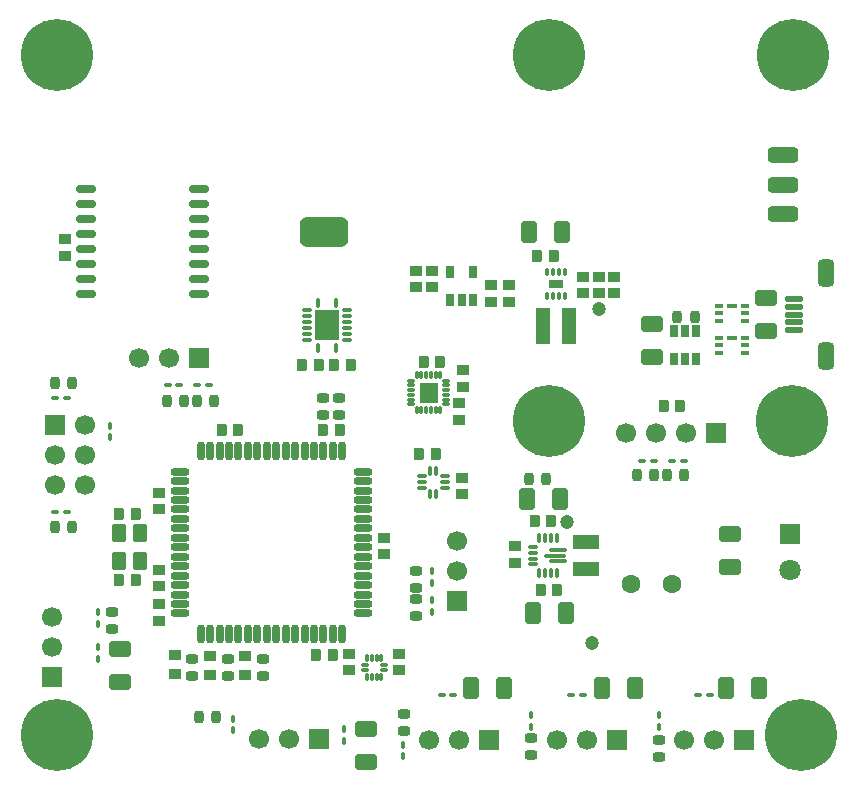
<source format=gts>
G04*
G04 #@! TF.GenerationSoftware,Altium Limited,Altium Designer,18.1.7 (191)*
G04*
G04 Layer_Color=8388736*
%FSAX44Y44*%
%MOMM*%
G71*
G01*
G75*
G04:AMPARAMS|DCode=54|XSize=4.1mm|YSize=2.6mm|CornerRadius=0.675mm|HoleSize=0mm|Usage=FLASHONLY|Rotation=0.000|XOffset=0mm|YOffset=0mm|HoleType=Round|Shape=RoundedRectangle|*
%AMROUNDEDRECTD54*
21,1,4.1000,1.2500,0,0,0.0*
21,1,2.7500,2.6000,0,0,0.0*
1,1,1.3500,1.3750,-0.6250*
1,1,1.3500,-1.3750,-0.6250*
1,1,1.3500,-1.3750,0.6250*
1,1,1.3500,1.3750,0.6250*
%
%ADD54ROUNDEDRECTD54*%
G04:AMPARAMS|DCode=55|XSize=0.4mm|YSize=0.6mm|CornerRadius=0.125mm|HoleSize=0mm|Usage=FLASHONLY|Rotation=0.000|XOffset=0mm|YOffset=0mm|HoleType=Round|Shape=RoundedRectangle|*
%AMROUNDEDRECTD55*
21,1,0.4000,0.3500,0,0,0.0*
21,1,0.1500,0.6000,0,0,0.0*
1,1,0.2500,0.0750,-0.1750*
1,1,0.2500,-0.0750,-0.1750*
1,1,0.2500,-0.0750,0.1750*
1,1,0.2500,0.0750,0.1750*
%
%ADD55ROUNDEDRECTD55*%
G04:AMPARAMS|DCode=56|XSize=1.05mm|YSize=0.8mm|CornerRadius=0.225mm|HoleSize=0mm|Usage=FLASHONLY|Rotation=270.000|XOffset=0mm|YOffset=0mm|HoleType=Round|Shape=RoundedRectangle|*
%AMROUNDEDRECTD56*
21,1,1.0500,0.3500,0,0,270.0*
21,1,0.6000,0.8000,0,0,270.0*
1,1,0.4500,-0.1750,-0.3000*
1,1,0.4500,-0.1750,0.3000*
1,1,0.4500,0.1750,0.3000*
1,1,0.4500,0.1750,-0.3000*
%
%ADD56ROUNDEDRECTD56*%
%ADD57O,0.9000X0.3500*%
%ADD58O,0.3500X0.9000*%
%ADD59O,1.6000X0.3500*%
%ADD60O,2.0000X0.3500*%
G04:AMPARAMS|DCode=61|XSize=1.1mm|YSize=0.9mm|CornerRadius=0.25mm|HoleSize=0mm|Usage=FLASHONLY|Rotation=180.000|XOffset=0mm|YOffset=0mm|HoleType=Round|Shape=RoundedRectangle|*
%AMROUNDEDRECTD61*
21,1,1.1000,0.4000,0,0,180.0*
21,1,0.6000,0.9000,0,0,180.0*
1,1,0.5000,-0.3000,0.2000*
1,1,0.5000,0.3000,0.2000*
1,1,0.5000,0.3000,-0.2000*
1,1,0.5000,-0.3000,-0.2000*
%
%ADD61ROUNDEDRECTD61*%
G04:AMPARAMS|DCode=62|XSize=0.4mm|YSize=0.6mm|CornerRadius=0.125mm|HoleSize=0mm|Usage=FLASHONLY|Rotation=270.000|XOffset=0mm|YOffset=0mm|HoleType=Round|Shape=RoundedRectangle|*
%AMROUNDEDRECTD62*
21,1,0.4000,0.3500,0,0,270.0*
21,1,0.1500,0.6000,0,0,270.0*
1,1,0.2500,-0.1750,-0.0750*
1,1,0.2500,-0.1750,0.0750*
1,1,0.2500,0.1750,0.0750*
1,1,0.2500,0.1750,-0.0750*
%
%ADD62ROUNDEDRECTD62*%
G04:AMPARAMS|DCode=63|XSize=1.9mm|YSize=1.4mm|CornerRadius=0.375mm|HoleSize=0mm|Usage=FLASHONLY|Rotation=270.000|XOffset=0mm|YOffset=0mm|HoleType=Round|Shape=RoundedRectangle|*
%AMROUNDEDRECTD63*
21,1,1.9000,0.6500,0,0,270.0*
21,1,1.1500,1.4000,0,0,270.0*
1,1,0.7500,-0.3250,-0.5750*
1,1,0.7500,-0.3250,0.5750*
1,1,0.7500,0.3250,0.5750*
1,1,0.7500,0.3250,-0.5750*
%
%ADD63ROUNDEDRECTD63*%
G04:AMPARAMS|DCode=64|XSize=1.05mm|YSize=0.8mm|CornerRadius=0.225mm|HoleSize=0mm|Usage=FLASHONLY|Rotation=180.000|XOffset=0mm|YOffset=0mm|HoleType=Round|Shape=RoundedRectangle|*
%AMROUNDEDRECTD64*
21,1,1.0500,0.3500,0,0,180.0*
21,1,0.6000,0.8000,0,0,180.0*
1,1,0.4500,-0.3000,0.1750*
1,1,0.4500,0.3000,0.1750*
1,1,0.4500,0.3000,-0.1750*
1,1,0.4500,-0.3000,-0.1750*
%
%ADD64ROUNDEDRECTD64*%
G04:AMPARAMS|DCode=65|XSize=1.1mm|YSize=0.9mm|CornerRadius=0.25mm|HoleSize=0mm|Usage=FLASHONLY|Rotation=90.000|XOffset=0mm|YOffset=0mm|HoleType=Round|Shape=RoundedRectangle|*
%AMROUNDEDRECTD65*
21,1,1.1000,0.4000,0,0,90.0*
21,1,0.6000,0.9000,0,0,90.0*
1,1,0.5000,0.2000,0.3000*
1,1,0.5000,0.2000,-0.3000*
1,1,0.5000,-0.2000,-0.3000*
1,1,0.5000,-0.2000,0.3000*
%
%ADD65ROUNDEDRECTD65*%
%ADD66R,2.2400X1.2000*%
G04:AMPARAMS|DCode=67|XSize=1.9mm|YSize=1.4mm|CornerRadius=0.375mm|HoleSize=0mm|Usage=FLASHONLY|Rotation=180.000|XOffset=0mm|YOffset=0mm|HoleType=Round|Shape=RoundedRectangle|*
%AMROUNDEDRECTD67*
21,1,1.9000,0.6500,0,0,180.0*
21,1,1.1500,1.4000,0,0,180.0*
1,1,0.7500,-0.5750,0.3250*
1,1,0.7500,0.5750,0.3250*
1,1,0.7500,0.5750,-0.3250*
1,1,0.7500,-0.5750,-0.3250*
%
%ADD67ROUNDEDRECTD67*%
%ADD68R,2.1500X2.6500*%
%ADD69O,0.3500X1.0000*%
%ADD70O,1.0000X0.3500*%
%ADD71O,1.7500X0.7000*%
%ADD72R,0.9700X0.3350*%
%ADD73O,0.7500X0.4000*%
G04:AMPARAMS|DCode=74|XSize=0.7mm|YSize=1.1mm|CornerRadius=0.2mm|HoleSize=0mm|Usage=FLASHONLY|Rotation=180.000|XOffset=0mm|YOffset=0mm|HoleType=Round|Shape=RoundedRectangle|*
%AMROUNDEDRECTD74*
21,1,0.7000,0.7000,0,0,180.0*
21,1,0.3000,1.1000,0,0,180.0*
1,1,0.4000,-0.1500,0.3500*
1,1,0.4000,0.1500,0.3500*
1,1,0.4000,0.1500,-0.3500*
1,1,0.4000,-0.1500,-0.3500*
%
%ADD74ROUNDEDRECTD74*%
%ADD75R,1.2900X3.0900*%
%ADD76R,1.3000X0.7000*%
%ADD77O,0.3500X0.7500*%
G04:AMPARAMS|DCode=78|XSize=0.3mm|YSize=0.7mm|CornerRadius=0.1mm|HoleSize=0mm|Usage=FLASHONLY|Rotation=180.000|XOffset=0mm|YOffset=0mm|HoleType=Round|Shape=RoundedRectangle|*
%AMROUNDEDRECTD78*
21,1,0.3000,0.5000,0,0,180.0*
21,1,0.1000,0.7000,0,0,180.0*
1,1,0.2000,-0.0500,0.2500*
1,1,0.2000,0.0500,0.2500*
1,1,0.2000,0.0500,-0.2500*
1,1,0.2000,-0.0500,-0.2500*
%
%ADD78ROUNDEDRECTD78*%
G04:AMPARAMS|DCode=79|XSize=0.3mm|YSize=0.7mm|CornerRadius=0.1mm|HoleSize=0mm|Usage=FLASHONLY|Rotation=270.000|XOffset=0mm|YOffset=0mm|HoleType=Round|Shape=RoundedRectangle|*
%AMROUNDEDRECTD79*
21,1,0.3000,0.5000,0,0,270.0*
21,1,0.1000,0.7000,0,0,270.0*
1,1,0.2000,-0.2500,-0.0500*
1,1,0.2000,-0.2500,0.0500*
1,1,0.2000,0.2500,0.0500*
1,1,0.2000,0.2500,-0.0500*
%
%ADD79ROUNDEDRECTD79*%
%ADD80O,0.3000X0.7000*%
%ADD81O,0.7000X0.3000*%
%ADD82R,1.6400X1.8000*%
%ADD83O,0.8500X0.3500*%
%ADD84O,0.3500X0.8500*%
%ADD85O,1.6000X0.7000*%
%ADD86O,0.7000X1.6000*%
G04:AMPARAMS|DCode=87|XSize=1.5mm|YSize=1.25mm|CornerRadius=0.2225mm|HoleSize=0mm|Usage=FLASHONLY|Rotation=270.000|XOffset=0mm|YOffset=0mm|HoleType=Round|Shape=RoundedRectangle|*
%AMROUNDEDRECTD87*
21,1,1.5000,0.8050,0,0,270.0*
21,1,1.0550,1.2500,0,0,270.0*
1,1,0.4450,-0.4025,-0.5275*
1,1,0.4450,-0.4025,0.5275*
1,1,0.4450,0.4025,0.5275*
1,1,0.4450,0.4025,-0.5275*
%
%ADD87ROUNDEDRECTD87*%
%ADD88R,1.0500X0.9000*%
G04:AMPARAMS|DCode=89|XSize=1.3mm|YSize=2.6mm|CornerRadius=0.35mm|HoleSize=0mm|Usage=FLASHONLY|Rotation=90.000|XOffset=0mm|YOffset=0mm|HoleType=Round|Shape=RoundedRectangle|*
%AMROUNDEDRECTD89*
21,1,1.3000,1.9000,0,0,90.0*
21,1,0.6000,2.6000,0,0,90.0*
1,1,0.7000,0.9500,0.3000*
1,1,0.7000,0.9500,-0.3000*
1,1,0.7000,-0.9500,-0.3000*
1,1,0.7000,-0.9500,0.3000*
%
%ADD89ROUNDEDRECTD89*%
G04:AMPARAMS|DCode=90|XSize=2.3mm|YSize=1.4mm|CornerRadius=0.375mm|HoleSize=0mm|Usage=FLASHONLY|Rotation=270.000|XOffset=0mm|YOffset=0mm|HoleType=Round|Shape=RoundedRectangle|*
%AMROUNDEDRECTD90*
21,1,2.3000,0.6500,0,0,270.0*
21,1,1.5500,1.4000,0,0,270.0*
1,1,0.7500,-0.3250,-0.7750*
1,1,0.7500,-0.3250,0.7750*
1,1,0.7500,0.3250,0.7750*
1,1,0.7500,0.3250,-0.7750*
%
%ADD90ROUNDEDRECTD90*%
G04:AMPARAMS|DCode=91|XSize=0.55mm|YSize=1.6mm|CornerRadius=0.1625mm|HoleSize=0mm|Usage=FLASHONLY|Rotation=270.000|XOffset=0mm|YOffset=0mm|HoleType=Round|Shape=RoundedRectangle|*
%AMROUNDEDRECTD91*
21,1,0.5500,1.2750,0,0,270.0*
21,1,0.2250,1.6000,0,0,270.0*
1,1,0.3250,-0.6375,-0.1125*
1,1,0.3250,-0.6375,0.1125*
1,1,0.3250,0.6375,0.1125*
1,1,0.3250,0.6375,-0.1125*
%
%ADD91ROUNDEDRECTD91*%
%ADD92C,1.7000*%
%ADD93R,1.7000X1.7000*%
%ADD94R,1.7000X1.7000*%
%ADD95C,6.1000*%
%ADD96C,1.6000*%
%ADD97R,1.8000X1.8000*%
%ADD98C,1.8000*%
%ADD99C,0.1000*%
%ADD100C,1.2000*%
%ADD101C,0.8000*%
%ADD102C,0.6000*%
D54*
X00261500Y00461365D02*
D03*
D55*
X00278000Y00040000D02*
D03*
Y00030000D02*
D03*
X00184000Y00049000D02*
D03*
Y00039000D02*
D03*
X00328000Y00017000D02*
D03*
Y00027000D02*
D03*
X00437000Y00052000D02*
D03*
Y00042000D02*
D03*
X00545000Y00052000D02*
D03*
Y00042000D02*
D03*
X00353000Y00164000D02*
D03*
Y00174000D02*
D03*
X00353000Y00149000D02*
D03*
Y00139000D02*
D03*
X00080000Y00287000D02*
D03*
Y00297000D02*
D03*
X00070000Y00099500D02*
D03*
Y00109500D02*
D03*
Y00129000D02*
D03*
Y00139000D02*
D03*
D56*
X00170250Y00050000D02*
D03*
X00155750D02*
D03*
X00434750Y00252000D02*
D03*
X00449250D02*
D03*
X00551750Y00255000D02*
D03*
X00566250D02*
D03*
X00526750D02*
D03*
X00541250D02*
D03*
X00153750Y00318000D02*
D03*
X00168250D02*
D03*
X00143250D02*
D03*
X00128750D02*
D03*
X00560750Y00389000D02*
D03*
X00575250D02*
D03*
X00048250Y00333000D02*
D03*
X00033750D02*
D03*
X00048500Y00211000D02*
D03*
X00034000D02*
D03*
D57*
X00438500Y00194500D02*
D03*
Y00189500D02*
D03*
Y00184500D02*
D03*
Y00179500D02*
D03*
D58*
X00443500Y00172250D02*
D03*
X00448500D02*
D03*
X00453500D02*
D03*
X00458500D02*
D03*
Y00201750D02*
D03*
X00453500D02*
D03*
X00448500D02*
D03*
X00443500D02*
D03*
D59*
X00459250Y00182000D02*
D03*
Y00192000D02*
D03*
D60*
X00457250Y00187000D02*
D03*
D61*
X00312000Y00202000D02*
D03*
Y00188000D02*
D03*
X00423000Y00181000D02*
D03*
Y00195000D02*
D03*
X00042000Y00441000D02*
D03*
Y00455000D02*
D03*
X00507000Y00409000D02*
D03*
Y00423000D02*
D03*
X00494000Y00409000D02*
D03*
Y00423000D02*
D03*
X00481000Y00409000D02*
D03*
Y00423000D02*
D03*
X00283000Y00090000D02*
D03*
Y00104000D02*
D03*
X00325000D02*
D03*
Y00090000D02*
D03*
X00378000Y00253000D02*
D03*
Y00239000D02*
D03*
X00122000Y00226000D02*
D03*
Y00240000D02*
D03*
X00122000Y00161000D02*
D03*
Y00175000D02*
D03*
X00403000Y00402000D02*
D03*
Y00416000D02*
D03*
X00418000Y00402000D02*
D03*
Y00416000D02*
D03*
X00353000Y00428000D02*
D03*
Y00414000D02*
D03*
X00339000Y00428000D02*
D03*
Y00414000D02*
D03*
X00376000Y00316000D02*
D03*
Y00302000D02*
D03*
X00379000Y00330000D02*
D03*
Y00344000D02*
D03*
X00122000Y00146000D02*
D03*
Y00132000D02*
D03*
D62*
X00361000Y00069000D02*
D03*
X00371000D02*
D03*
X00471000D02*
D03*
X00481000D02*
D03*
X00578000D02*
D03*
X00588000D02*
D03*
X00556000Y00267000D02*
D03*
X00566000D02*
D03*
X00531000D02*
D03*
X00541000D02*
D03*
X00154000Y00331000D02*
D03*
X00164000D02*
D03*
X00139000D02*
D03*
X00129000D02*
D03*
X00044000Y00320000D02*
D03*
X00034000D02*
D03*
X00044000Y00224000D02*
D03*
X00034000D02*
D03*
D63*
X00414000Y00075000D02*
D03*
X00386000D02*
D03*
X00525000D02*
D03*
X00497000D02*
D03*
X00630000D02*
D03*
X00602000D02*
D03*
X00433000Y00235000D02*
D03*
X00461000D02*
D03*
X00435000Y00461000D02*
D03*
X00463000D02*
D03*
X00438000Y00138000D02*
D03*
X00466000D02*
D03*
D64*
X00329000Y00053250D02*
D03*
Y00038750D02*
D03*
X00437000Y00017750D02*
D03*
Y00032250D02*
D03*
X00545000Y00016750D02*
D03*
Y00031250D02*
D03*
X00339000Y00159750D02*
D03*
Y00174250D02*
D03*
X00339000Y00150250D02*
D03*
Y00135750D02*
D03*
X00261000Y00305750D02*
D03*
Y00320250D02*
D03*
X00274000Y00305750D02*
D03*
Y00320250D02*
D03*
X00082000Y00124750D02*
D03*
Y00139250D02*
D03*
X00210000Y00099250D02*
D03*
Y00084750D02*
D03*
X00180000Y00099250D02*
D03*
Y00084750D02*
D03*
X00150000Y00099250D02*
D03*
Y00084750D02*
D03*
D65*
X00454000Y00216000D02*
D03*
X00440000D02*
D03*
X00563000Y00314000D02*
D03*
X00549000D02*
D03*
X00456000Y00441000D02*
D03*
X00442000D02*
D03*
X00360000Y00351000D02*
D03*
X00346000D02*
D03*
X00284000Y00348000D02*
D03*
X00270000D02*
D03*
X00243000D02*
D03*
X00257000D02*
D03*
X00269000Y00103000D02*
D03*
X00255000D02*
D03*
X00356000Y00273000D02*
D03*
X00342000D02*
D03*
X00261000Y00293000D02*
D03*
X00275000D02*
D03*
X00175000D02*
D03*
X00189000D02*
D03*
X00088000Y00222000D02*
D03*
X00102000D02*
D03*
X00102000Y00166000D02*
D03*
X00088000D02*
D03*
X00459000Y00158000D02*
D03*
X00445000D02*
D03*
D66*
X00483000Y00198300D02*
D03*
Y00175700D02*
D03*
D67*
X00605000Y00177000D02*
D03*
Y00205000D02*
D03*
X00636000Y00405000D02*
D03*
Y00377000D02*
D03*
X00539000Y00355000D02*
D03*
Y00383000D02*
D03*
X00089000Y00080000D02*
D03*
Y00108000D02*
D03*
X00297000Y00012000D02*
D03*
Y00040000D02*
D03*
D68*
X00264000Y00382000D02*
D03*
D69*
X00271500Y00362750D02*
D03*
X00256500D02*
D03*
Y00401250D02*
D03*
X00271500D02*
D03*
D70*
X00247250Y00369500D02*
D03*
Y00374500D02*
D03*
Y00379500D02*
D03*
Y00384500D02*
D03*
Y00389500D02*
D03*
Y00394500D02*
D03*
X00280750D02*
D03*
Y00389500D02*
D03*
Y00384500D02*
D03*
Y00379500D02*
D03*
Y00374500D02*
D03*
Y00369500D02*
D03*
D71*
X00060250Y00497450D02*
D03*
Y00484750D02*
D03*
Y00472050D02*
D03*
Y00459350D02*
D03*
Y00446650D02*
D03*
Y00433950D02*
D03*
Y00421250D02*
D03*
Y00408550D02*
D03*
X00155250Y00497450D02*
D03*
Y00484750D02*
D03*
Y00472050D02*
D03*
Y00459350D02*
D03*
Y00446650D02*
D03*
Y00433950D02*
D03*
Y00421250D02*
D03*
Y00408550D02*
D03*
D72*
X00606500Y00371500D02*
D03*
Y00398500D02*
D03*
D73*
X00596250Y00358500D02*
D03*
Y00365000D02*
D03*
Y00371500D02*
D03*
X00617750D02*
D03*
Y00365000D02*
D03*
Y00358500D02*
D03*
X00596250Y00385500D02*
D03*
Y00392000D02*
D03*
Y00398500D02*
D03*
X00617750D02*
D03*
Y00392000D02*
D03*
Y00385500D02*
D03*
D74*
X00557500Y00377000D02*
D03*
X00567000D02*
D03*
X00576500D02*
D03*
Y00353000D02*
D03*
X00567000D02*
D03*
X00557500D02*
D03*
X00368500Y00427000D02*
D03*
X00387500D02*
D03*
Y00403000D02*
D03*
X00378000D02*
D03*
X00368500D02*
D03*
D75*
X00446900Y00381000D02*
D03*
X00469100D02*
D03*
D76*
X00458000Y00417000D02*
D03*
D77*
X00450500Y00427250D02*
D03*
X00455500D02*
D03*
X00460500D02*
D03*
X00465500D02*
D03*
Y00406750D02*
D03*
X00460500D02*
D03*
X00455500D02*
D03*
X00450500D02*
D03*
D78*
X00310000Y00084000D02*
D03*
X00306000D02*
D03*
X00302000D02*
D03*
X00298000D02*
D03*
Y00100000D02*
D03*
X00302000D02*
D03*
X00306000D02*
D03*
X00310000D02*
D03*
D79*
X00296000Y00090000D02*
D03*
Y00094000D02*
D03*
X00312000D02*
D03*
Y00090000D02*
D03*
D80*
X00340000Y00310000D02*
D03*
X00344000D02*
D03*
X00348000D02*
D03*
X00352000D02*
D03*
X00356000D02*
D03*
X00360000D02*
D03*
Y00340000D02*
D03*
X00356000D02*
D03*
X00352000D02*
D03*
X00348000D02*
D03*
X00344000D02*
D03*
X00340000D02*
D03*
D81*
X00365000Y00315000D02*
D03*
Y00319000D02*
D03*
Y00323000D02*
D03*
Y00327000D02*
D03*
Y00331000D02*
D03*
Y00335000D02*
D03*
X00335000D02*
D03*
Y00331000D02*
D03*
Y00327000D02*
D03*
Y00323000D02*
D03*
Y00319000D02*
D03*
Y00315000D02*
D03*
D82*
X00350000Y00325000D02*
D03*
D83*
X00363750Y00254000D02*
D03*
Y00249000D02*
D03*
Y00244000D02*
D03*
X00344250D02*
D03*
Y00249000D02*
D03*
Y00254000D02*
D03*
D84*
X00356500Y00239250D02*
D03*
X00351500D02*
D03*
Y00258750D02*
D03*
X00356500D02*
D03*
D85*
X00139500Y00138000D02*
D03*
Y00146000D02*
D03*
Y00154000D02*
D03*
Y00162000D02*
D03*
Y00170000D02*
D03*
Y00178000D02*
D03*
Y00186000D02*
D03*
Y00194000D02*
D03*
Y00202000D02*
D03*
Y00210000D02*
D03*
Y00218000D02*
D03*
Y00226000D02*
D03*
Y00234000D02*
D03*
Y00242000D02*
D03*
Y00250000D02*
D03*
Y00258000D02*
D03*
X00294500D02*
D03*
Y00250000D02*
D03*
Y00242000D02*
D03*
Y00234000D02*
D03*
Y00226000D02*
D03*
Y00218000D02*
D03*
Y00210000D02*
D03*
Y00202000D02*
D03*
Y00194000D02*
D03*
Y00186000D02*
D03*
Y00178000D02*
D03*
Y00170000D02*
D03*
Y00162000D02*
D03*
Y00154000D02*
D03*
Y00146000D02*
D03*
Y00138000D02*
D03*
D86*
X00157000Y00275500D02*
D03*
X00165000D02*
D03*
X00173000D02*
D03*
X00181000D02*
D03*
X00189000D02*
D03*
X00197000D02*
D03*
X00205000D02*
D03*
X00213000D02*
D03*
X00221000D02*
D03*
X00229000D02*
D03*
X00237000D02*
D03*
X00245000D02*
D03*
X00253000D02*
D03*
X00261000D02*
D03*
X00269000D02*
D03*
X00277000D02*
D03*
Y00120500D02*
D03*
X00269000D02*
D03*
X00261000D02*
D03*
X00253000D02*
D03*
X00245000D02*
D03*
X00237000D02*
D03*
X00229000D02*
D03*
X00221000D02*
D03*
X00213000D02*
D03*
X00205000D02*
D03*
X00197000D02*
D03*
X00189000D02*
D03*
X00181000D02*
D03*
X00173000D02*
D03*
X00165000D02*
D03*
X00157000D02*
D03*
D87*
X00106000Y00206000D02*
D03*
Y00182000D02*
D03*
X00088000D02*
D03*
Y00206000D02*
D03*
D88*
X00195000Y00085750D02*
D03*
Y00102250D02*
D03*
X00165000Y00085750D02*
D03*
Y00102250D02*
D03*
X00135000Y00086500D02*
D03*
Y00103000D02*
D03*
D89*
X00650000Y00526000D02*
D03*
Y00501000D02*
D03*
Y00476000D02*
D03*
D90*
X00686496Y00425998D02*
D03*
Y00355998D02*
D03*
D91*
X00658996Y00403998D02*
D03*
Y00397498D02*
D03*
Y00390998D02*
D03*
Y00384498D02*
D03*
Y00377998D02*
D03*
D92*
X00031000Y00134800D02*
D03*
Y00109400D02*
D03*
X00566600Y00031000D02*
D03*
X00592000D02*
D03*
X00458600D02*
D03*
X00484000D02*
D03*
X00350000D02*
D03*
X00375400D02*
D03*
X00567800Y00291000D02*
D03*
X00542400D02*
D03*
X00517000D02*
D03*
X00231999Y00031270D02*
D03*
X00206599D02*
D03*
X00059403Y00297402D02*
D03*
Y00272001D02*
D03*
Y00246602D02*
D03*
X00034003D02*
D03*
Y00272001D02*
D03*
X00105200Y00354000D02*
D03*
X00130600D02*
D03*
X00373998Y00199398D02*
D03*
Y00173998D02*
D03*
D93*
X00031000Y00084000D02*
D03*
X00034003Y00297402D02*
D03*
X00373998Y00148598D02*
D03*
D94*
X00617400Y00031000D02*
D03*
X00509400D02*
D03*
X00400800D02*
D03*
X00593200Y00291000D02*
D03*
X00257399Y00031270D02*
D03*
X00156000Y00354000D02*
D03*
D95*
X00451600Y00611000D02*
D03*
X00658600D02*
D03*
X00657600Y00301000D02*
D03*
X00451600D02*
D03*
X00035232Y00611000D02*
D03*
X00665000Y00035000D02*
D03*
X00035000D02*
D03*
D96*
X00521000Y00163000D02*
D03*
X00556000D02*
D03*
D97*
X00656000Y00205000D02*
D03*
D98*
Y00175000D02*
D03*
D99*
X00626000Y00165600D02*
D03*
X00686000D02*
D03*
D100*
X00467000Y00215000D02*
D03*
X00494000Y00396000D02*
D03*
X00488000Y00113000D02*
D03*
D101*
X00656000Y00526000D02*
D03*
X00643000D02*
D03*
X00350000Y00321000D02*
D03*
Y00329000D02*
D03*
X00686000Y00351000D02*
D03*
Y00361000D02*
D03*
Y00421000D02*
D03*
Y00431000D02*
D03*
D102*
X00258500Y00387500D02*
D03*
Y00376500D02*
D03*
X00269500D02*
D03*
Y00387500D02*
D03*
M02*

</source>
